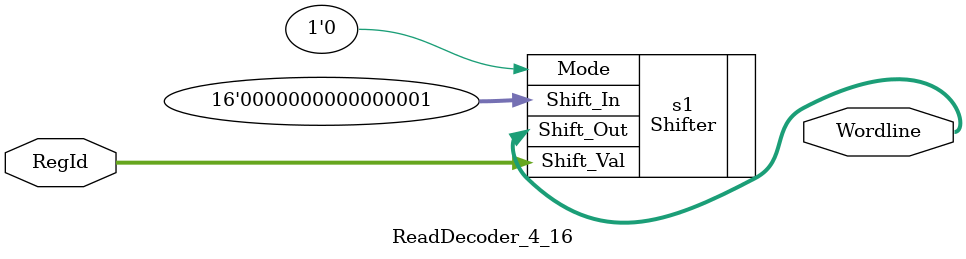
<source format=v>
module ReadDecoder_4_16(
input [3:0] RegId, 
output [15:0] Wordline);


Shifter s1(.Shift_Out(Wordline), .Shift_In(16'h0001), .Shift_Val(RegId), .Mode(1'b0));

endmodule

</source>
